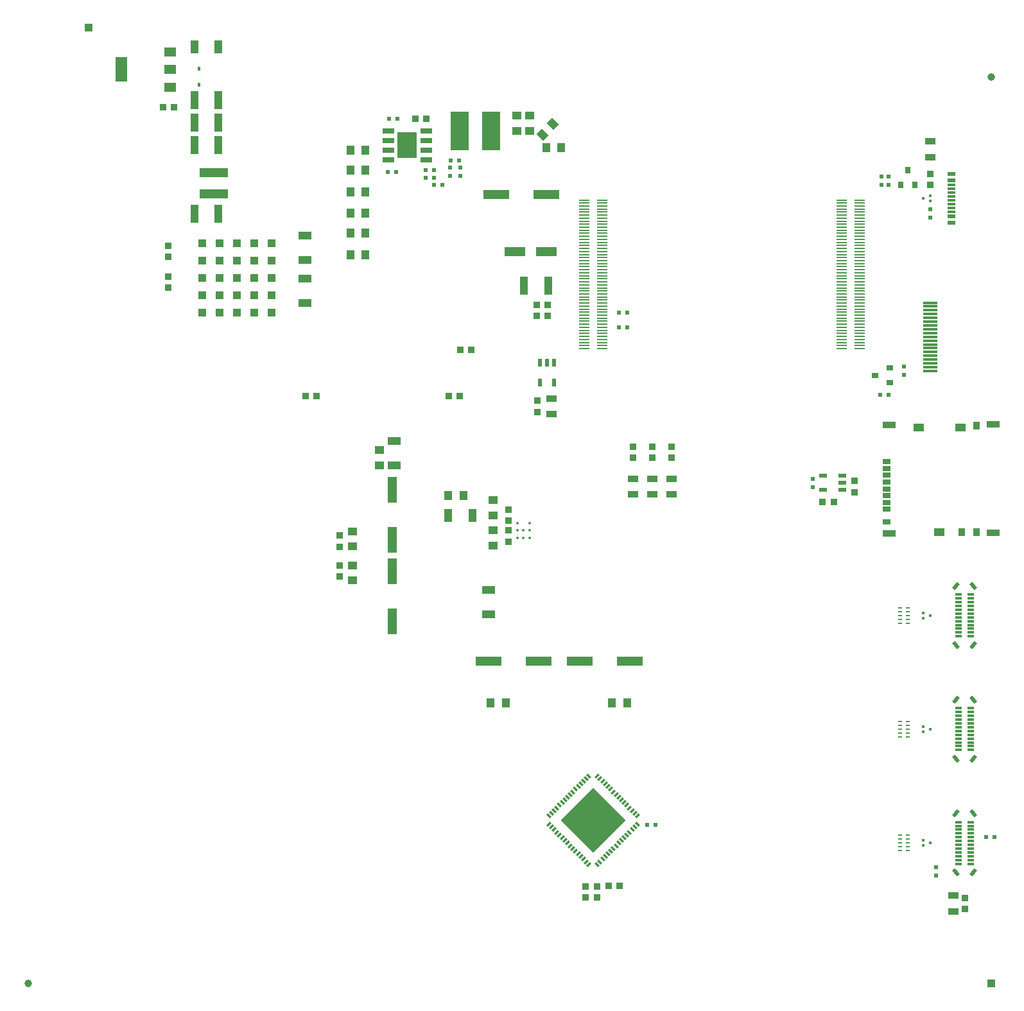
<source format=gbr>
%TF.GenerationSoftware,Altium Limited,Altium Designer,22.2.1 (43)*%
G04 Layer_Color=8421504*
%FSLAX26Y26*%
%MOIN*%
%TF.SameCoordinates,D552E928-BF45-442C-827F-4CC0F3A717A5*%
%TF.FilePolarity,Positive*%
%TF.FileFunction,Paste,Top*%
%TF.Part,Single*%
G01*
G75*
%TA.AperFunction,SMDPad,CuDef*%
%ADD10R,0.031496X0.035433*%
%ADD11R,0.062992X0.129921*%
%ADD12R,0.062992X0.047244*%
%ADD13R,0.023622X0.023622*%
%ADD14R,0.035433X0.033465*%
%ADD15R,0.033465X0.035433*%
%ADD16R,0.023622X0.023622*%
%ADD17R,0.056299X0.007874*%
%ADD18R,0.092520X0.200787*%
%ADD19R,0.145669X0.047244*%
%ADD20R,0.043307X0.023622*%
%ADD21R,0.023622X0.043307*%
%ADD22R,0.035433X0.031496*%
G04:AMPARAMS|DCode=23|XSize=11.024mil|YSize=27.165mil|CornerRadius=0mil|HoleSize=0mil|Usage=FLASHONLY|Rotation=45.000|XOffset=0mil|YOffset=0mil|HoleType=Round|Shape=Rectangle|*
%AMROTATEDRECTD23*
4,1,4,0.005707,-0.013502,-0.013502,0.005707,-0.005707,0.013502,0.013502,-0.005707,0.005707,-0.013502,0.0*
%
%ADD23ROTATEDRECTD23*%

G04:AMPARAMS|DCode=24|XSize=11.024mil|YSize=27.165mil|CornerRadius=0mil|HoleSize=0mil|Usage=FLASHONLY|Rotation=315.000|XOffset=0mil|YOffset=0mil|HoleType=Round|Shape=Rectangle|*
%AMROTATEDRECTD24*
4,1,4,-0.013502,-0.005707,0.005707,0.013502,0.013502,0.005707,-0.005707,-0.013502,-0.013502,-0.005707,0.0*
%
%ADD24ROTATEDRECTD24*%

%ADD25P,0.334066X4X270.0*%
%TA.AperFunction,BGAPad,CuDef*%
%ADD26C,0.013780*%
%TA.AperFunction,SMDPad,CuDef*%
%ADD27R,0.059055X0.031496*%
%ADD28R,0.102362X0.137795*%
%TA.AperFunction,BGAPad,CuDef*%
%ADD29R,0.041732X0.041732*%
%TA.AperFunction,FiducialPad,Global*%
%ADD30R,0.039370X0.039370*%
%ADD31C,0.039370*%
%TA.AperFunction,SMDPad,CuDef*%
%ADD32R,0.070866X0.039370*%
%ADD33R,0.039370X0.070866*%
%ADD34R,0.055118X0.035433*%
%ADD35R,0.011811X0.011811*%
%ADD36R,0.018701X0.007874*%
%ADD37R,0.017716X0.023228*%
%ADD38R,0.055118X0.044488*%
%ADD39R,0.033465X0.039370*%
%ADD40R,0.066929X0.035433*%
%ADD41R,0.039370X0.025591*%
%ADD42R,0.074803X0.011811*%
%TA.AperFunction,ConnectorPad*%
%ADD43R,0.043307X0.011811*%
%ADD44R,0.043307X0.023622*%
%TA.AperFunction,SMDPad,CuDef*%
%ADD45R,0.033465X0.011811*%
G04:AMPARAMS|DCode=46|XSize=19.685mil|YSize=40.551mil|CornerRadius=0mil|HoleSize=0mil|Usage=FLASHONLY|Rotation=220.000|XOffset=0mil|YOffset=0mil|HoleType=Round|Shape=Rectangle|*
%AMROTATEDRECTD46*
4,1,4,-0.005493,0.021859,0.020573,-0.009205,0.005493,-0.021859,-0.020573,0.009205,-0.005493,0.021859,0.0*
%
%ADD46ROTATEDRECTD46*%

G04:AMPARAMS|DCode=47|XSize=19.685mil|YSize=40.551mil|CornerRadius=0mil|HoleSize=0mil|Usage=FLASHONLY|Rotation=320.000|XOffset=0mil|YOffset=0mil|HoleType=Round|Shape=Rectangle|*
%AMROTATEDRECTD47*
4,1,4,-0.020573,-0.009205,0.005493,0.021859,0.020573,0.009205,-0.005493,-0.021859,-0.020573,-0.009205,0.0*
%
%ADD47ROTATEDRECTD47*%

%ADD48R,0.043307X0.094488*%
%ADD49R,0.110236X0.047244*%
%ADD50R,0.133858X0.047244*%
%ADD51R,0.049213X0.039370*%
%ADD52R,0.047244X0.133858*%
%ADD53R,0.039370X0.049213*%
G04:AMPARAMS|DCode=54|XSize=39.37mil|YSize=49.213mil|CornerRadius=0mil|HoleSize=0mil|Usage=FLASHONLY|Rotation=45.000|XOffset=0mil|YOffset=0mil|HoleType=Round|Shape=Rectangle|*
%AMROTATEDRECTD54*
4,1,4,0.003480,-0.031319,-0.031319,0.003480,-0.003480,0.031319,0.031319,-0.003480,0.003480,-0.031319,0.0*
%
%ADD54ROTATEDRECTD54*%

D10*
X5572835Y5187008D02*
D03*
X5647638D02*
D03*
X5610236Y5265748D02*
D03*
D11*
X1527559Y5787402D02*
D03*
D12*
X1779528Y5877953D02*
D03*
Y5787402D02*
D03*
Y5696850D02*
D03*
D13*
X5511811Y5230315D02*
D03*
Y5187008D02*
D03*
X5472441D02*
D03*
Y5230315D02*
D03*
X5728346Y5017717D02*
D03*
Y5061024D02*
D03*
X5118110Y3620079D02*
D03*
Y3663386D02*
D03*
X5755905Y1643701D02*
D03*
Y1600394D02*
D03*
X5589370Y4246654D02*
D03*
Y4203346D02*
D03*
X3287402Y5277559D02*
D03*
Y5234252D02*
D03*
X3232284Y5277559D02*
D03*
Y5234252D02*
D03*
D14*
X5728346Y5187992D02*
D03*
Y5245079D02*
D03*
X4382480Y3827756D02*
D03*
Y3770669D02*
D03*
X4282480Y3827756D02*
D03*
Y3770669D02*
D03*
X3686220Y4067323D02*
D03*
Y4010236D02*
D03*
X4182480Y3770669D02*
D03*
Y3827756D02*
D03*
X3937008Y1487205D02*
D03*
Y1544291D02*
D03*
X3996063D02*
D03*
Y1487205D02*
D03*
X5905512Y1485236D02*
D03*
Y1428150D02*
D03*
X1771653Y4656496D02*
D03*
Y4713583D02*
D03*
Y4813976D02*
D03*
Y4871063D02*
D03*
X5334646Y3593504D02*
D03*
Y3650590D02*
D03*
X2661417Y3213583D02*
D03*
Y3156496D02*
D03*
Y3310039D02*
D03*
Y3367126D02*
D03*
X3535433Y3443898D02*
D03*
Y3500984D02*
D03*
Y3393701D02*
D03*
Y3336614D02*
D03*
D15*
X3286417Y4330709D02*
D03*
X3343504D02*
D03*
X4058071Y1547244D02*
D03*
X4115158D02*
D03*
X3054134Y5531496D02*
D03*
X3111220D02*
D03*
X1743110Y5590551D02*
D03*
X1800197D02*
D03*
X5168307Y3543307D02*
D03*
X5225394D02*
D03*
X3739173Y4507874D02*
D03*
X3682087D02*
D03*
X3739173Y4566929D02*
D03*
X3682087D02*
D03*
X3227362Y4090551D02*
D03*
X3284449D02*
D03*
X2483268D02*
D03*
X2540354D02*
D03*
D16*
X4154134Y4450000D02*
D03*
X4110827D02*
D03*
X4154134Y4525000D02*
D03*
X4110827D02*
D03*
X4301181Y1866142D02*
D03*
X4257874D02*
D03*
X6017717Y1803150D02*
D03*
X6061024D02*
D03*
X3151575Y5224409D02*
D03*
X3108268D02*
D03*
X3281496Y5314961D02*
D03*
X3238189D02*
D03*
X3108268Y5263779D02*
D03*
X3151575D02*
D03*
X5511024Y4100000D02*
D03*
X5467717D02*
D03*
X2911417Y5255905D02*
D03*
X2954724D02*
D03*
X3194882Y5188976D02*
D03*
X3151575D02*
D03*
X2958661Y5531496D02*
D03*
X2915354D02*
D03*
D17*
X5268110Y4716535D02*
D03*
Y4700788D02*
D03*
Y4685039D02*
D03*
Y4669291D02*
D03*
Y4653543D02*
D03*
Y4637795D02*
D03*
Y4622047D02*
D03*
Y4606299D02*
D03*
Y4590551D02*
D03*
Y4574803D02*
D03*
Y4559055D02*
D03*
Y4543307D02*
D03*
Y4527559D02*
D03*
Y4511811D02*
D03*
Y4496063D02*
D03*
Y4480315D02*
D03*
Y4464567D02*
D03*
Y4448819D02*
D03*
Y4433071D02*
D03*
Y4417323D02*
D03*
Y4401575D02*
D03*
Y4385827D02*
D03*
Y4370079D02*
D03*
Y4354331D02*
D03*
Y4338583D02*
D03*
Y5110236D02*
D03*
Y5094488D02*
D03*
Y5078740D02*
D03*
Y5062992D02*
D03*
Y5047244D02*
D03*
Y5031496D02*
D03*
Y5015748D02*
D03*
Y5000000D02*
D03*
Y4984252D02*
D03*
Y4968504D02*
D03*
Y4952756D02*
D03*
Y4937008D02*
D03*
Y4921260D02*
D03*
Y4905512D02*
D03*
Y4889764D02*
D03*
Y4874016D02*
D03*
Y4858268D02*
D03*
Y4842520D02*
D03*
Y4826772D02*
D03*
Y4811024D02*
D03*
Y4795276D02*
D03*
Y4779528D02*
D03*
Y4763780D02*
D03*
Y4748032D02*
D03*
Y4732283D02*
D03*
X5361811Y4716535D02*
D03*
Y4700788D02*
D03*
Y4685039D02*
D03*
Y4669291D02*
D03*
Y4653543D02*
D03*
Y4637795D02*
D03*
Y4622047D02*
D03*
Y4606299D02*
D03*
Y4590551D02*
D03*
Y4574803D02*
D03*
Y4559055D02*
D03*
Y4543307D02*
D03*
Y4527559D02*
D03*
Y4511811D02*
D03*
Y4496063D02*
D03*
Y4480315D02*
D03*
Y4464567D02*
D03*
Y4448819D02*
D03*
Y4433071D02*
D03*
Y4417323D02*
D03*
Y4401575D02*
D03*
Y4385827D02*
D03*
Y4370079D02*
D03*
Y4354331D02*
D03*
Y4338583D02*
D03*
Y5110236D02*
D03*
Y5094488D02*
D03*
Y5078740D02*
D03*
Y5062992D02*
D03*
Y5047244D02*
D03*
Y5031496D02*
D03*
Y5015748D02*
D03*
Y5000000D02*
D03*
Y4984252D02*
D03*
Y4968504D02*
D03*
Y4952756D02*
D03*
Y4937008D02*
D03*
Y4921260D02*
D03*
Y4905512D02*
D03*
Y4889764D02*
D03*
Y4874016D02*
D03*
Y4858268D02*
D03*
Y4842520D02*
D03*
Y4826772D02*
D03*
Y4811024D02*
D03*
Y4795276D02*
D03*
Y4779528D02*
D03*
Y4763780D02*
D03*
Y4748032D02*
D03*
Y4732283D02*
D03*
X3929528Y4716535D02*
D03*
Y4700788D02*
D03*
Y4685039D02*
D03*
Y4669291D02*
D03*
Y4653543D02*
D03*
Y4637795D02*
D03*
Y4622047D02*
D03*
Y4606299D02*
D03*
Y4590551D02*
D03*
Y4574803D02*
D03*
Y4559055D02*
D03*
Y4543307D02*
D03*
Y4527559D02*
D03*
Y4511811D02*
D03*
Y4496063D02*
D03*
Y4480315D02*
D03*
Y4464567D02*
D03*
Y4448819D02*
D03*
Y4433071D02*
D03*
Y4417323D02*
D03*
Y4401575D02*
D03*
Y4385827D02*
D03*
Y4370079D02*
D03*
Y4354331D02*
D03*
Y4338583D02*
D03*
Y5110236D02*
D03*
Y5094488D02*
D03*
Y5078740D02*
D03*
Y5062992D02*
D03*
Y5047244D02*
D03*
Y5031496D02*
D03*
Y5015748D02*
D03*
Y5000000D02*
D03*
Y4984252D02*
D03*
Y4968504D02*
D03*
Y4952756D02*
D03*
Y4937008D02*
D03*
Y4921260D02*
D03*
Y4905512D02*
D03*
Y4889764D02*
D03*
Y4874016D02*
D03*
Y4858268D02*
D03*
Y4842520D02*
D03*
Y4826772D02*
D03*
Y4811024D02*
D03*
Y4795276D02*
D03*
Y4779528D02*
D03*
Y4763780D02*
D03*
Y4748032D02*
D03*
Y4732283D02*
D03*
X4023228Y4716535D02*
D03*
Y4700788D02*
D03*
Y4685039D02*
D03*
Y4669291D02*
D03*
Y4653543D02*
D03*
Y4637795D02*
D03*
Y4622047D02*
D03*
Y4606299D02*
D03*
Y4590551D02*
D03*
Y4574803D02*
D03*
Y4559055D02*
D03*
Y4543307D02*
D03*
Y4527559D02*
D03*
Y4511811D02*
D03*
Y4496063D02*
D03*
Y4480315D02*
D03*
Y4464567D02*
D03*
Y4448819D02*
D03*
Y4433071D02*
D03*
Y4417323D02*
D03*
Y4401575D02*
D03*
Y4385827D02*
D03*
Y4370079D02*
D03*
Y4354331D02*
D03*
Y4338583D02*
D03*
Y5110236D02*
D03*
Y5094488D02*
D03*
Y5078740D02*
D03*
Y5062992D02*
D03*
Y5047244D02*
D03*
Y5031496D02*
D03*
Y5015748D02*
D03*
Y5000000D02*
D03*
Y4984252D02*
D03*
Y4968504D02*
D03*
Y4952756D02*
D03*
Y4937008D02*
D03*
Y4921260D02*
D03*
Y4905512D02*
D03*
Y4889764D02*
D03*
Y4874016D02*
D03*
Y4858268D02*
D03*
Y4842520D02*
D03*
Y4826772D02*
D03*
Y4811024D02*
D03*
Y4795276D02*
D03*
Y4779528D02*
D03*
Y4763780D02*
D03*
Y4748032D02*
D03*
Y4732283D02*
D03*
D18*
X3284449Y5468504D02*
D03*
X3447835D02*
D03*
D19*
X2007874Y5251968D02*
D03*
Y5141732D02*
D03*
D20*
X5271654Y3679134D02*
D03*
Y3641732D02*
D03*
X5169291Y3604331D02*
D03*
Y3679134D02*
D03*
X5271654Y3604331D02*
D03*
D21*
X3698819Y4264961D02*
D03*
X3736220D02*
D03*
X3773622Y4162598D02*
D03*
X3698819D02*
D03*
X3773622Y4264961D02*
D03*
D22*
X5518110Y4162598D02*
D03*
Y4237402D02*
D03*
X5439370Y4200000D02*
D03*
D23*
X4206744Y1868189D02*
D03*
X4192825Y1854269D02*
D03*
X4178906Y1840350D02*
D03*
X4164986Y1826430D02*
D03*
X4151067Y1812511D02*
D03*
X4137147Y1798592D02*
D03*
X4123228Y1784672D02*
D03*
X4109309Y1770753D02*
D03*
X3997953Y1659397D02*
D03*
X4011872Y1673317D02*
D03*
X4025792Y1687236D02*
D03*
X4039711Y1701156D02*
D03*
X4053631Y1715075D02*
D03*
X4067550Y1728994D02*
D03*
X4081470Y1742914D02*
D03*
X4095389Y1756833D02*
D03*
X3746012Y1911339D02*
D03*
X3759931Y1925258D02*
D03*
X3773850Y1939178D02*
D03*
X3787770Y1953097D02*
D03*
X3801689Y1967017D02*
D03*
X3815609Y1980936D02*
D03*
X3829528Y1994855D02*
D03*
X3843448Y2008775D02*
D03*
X3954803Y2120130D02*
D03*
X3940883Y2106211D02*
D03*
X3926964Y2092291D02*
D03*
X3913045Y2078372D02*
D03*
X3899125Y2064453D02*
D03*
X3885206Y2050533D02*
D03*
X3871286Y2036614D02*
D03*
X3857367Y2022694D02*
D03*
D24*
X3954803Y1659397D02*
D03*
X3940883Y1673317D02*
D03*
X3926964Y1687236D02*
D03*
X3913045Y1701156D02*
D03*
X3899125Y1715075D02*
D03*
X3885206Y1728994D02*
D03*
X3871286Y1742914D02*
D03*
X3857367Y1756833D02*
D03*
X3746012Y1868189D02*
D03*
X3759931Y1854269D02*
D03*
X3773850Y1840350D02*
D03*
X3787770Y1826430D02*
D03*
X3801689Y1812511D02*
D03*
X3815609Y1798592D02*
D03*
X3829528Y1784672D02*
D03*
X3843448Y1770753D02*
D03*
X3997953Y2120130D02*
D03*
X4011872Y2106211D02*
D03*
X4025792Y2092291D02*
D03*
X4039711Y2078372D02*
D03*
X4053631Y2064453D02*
D03*
X4067550Y2050533D02*
D03*
X4081470Y2036614D02*
D03*
X4095389Y2022694D02*
D03*
X4206744Y1911339D02*
D03*
X4192825Y1925258D02*
D03*
X4178906Y1939178D02*
D03*
X4164986Y1953097D02*
D03*
X4151067Y1967017D02*
D03*
X4137147Y1980936D02*
D03*
X4123228Y1994855D02*
D03*
X4109309Y2008775D02*
D03*
D25*
X3976378Y1889764D02*
D03*
D26*
X3645669Y3433071D02*
D03*
Y3393701D02*
D03*
Y3354331D02*
D03*
X3582677Y3433071D02*
D03*
Y3393701D02*
D03*
Y3354331D02*
D03*
X3614173D02*
D03*
Y3393701D02*
D03*
D27*
X3110236Y5468701D02*
D03*
Y5418701D02*
D03*
Y5318701D02*
D03*
Y5368701D02*
D03*
X2913386D02*
D03*
Y5318701D02*
D03*
Y5418701D02*
D03*
Y5468701D02*
D03*
D28*
X3011811Y5393701D02*
D03*
D29*
X2216142Y4524409D02*
D03*
X2306299D02*
D03*
X1945669D02*
D03*
X2035827D02*
D03*
X2125984D02*
D03*
X2216142Y4614567D02*
D03*
X2306299D02*
D03*
X1945669D02*
D03*
X2035827D02*
D03*
X2125984D02*
D03*
Y4704724D02*
D03*
X2035827D02*
D03*
X1945669D02*
D03*
X2306299D02*
D03*
X2216142D02*
D03*
X2125984Y4794882D02*
D03*
X2035827D02*
D03*
X1945669D02*
D03*
X2306299D02*
D03*
X2216142D02*
D03*
X2125984Y4885039D02*
D03*
X2035827D02*
D03*
X1945669D02*
D03*
X2306299D02*
D03*
X2216142D02*
D03*
D30*
X1358268Y6003937D02*
D03*
X6043307Y1043307D02*
D03*
D31*
Y5748032D02*
D03*
X1043307Y1043307D02*
D03*
D32*
X3435039Y2958661D02*
D03*
Y3084646D02*
D03*
X2944882Y3858268D02*
D03*
Y3732284D02*
D03*
X2480315Y4799213D02*
D03*
Y4925197D02*
D03*
X2480315Y4700787D02*
D03*
Y4574803D02*
D03*
D33*
X3350394Y3472441D02*
D03*
X3224410D02*
D03*
X2031496Y5905512D02*
D03*
X1905512D02*
D03*
D34*
X5728346Y5415354D02*
D03*
Y5332677D02*
D03*
X4382480Y3580709D02*
D03*
Y3663386D02*
D03*
X4282480Y3580709D02*
D03*
Y3663386D02*
D03*
X3761220Y4080118D02*
D03*
Y3997441D02*
D03*
X4182480Y3580709D02*
D03*
Y3663386D02*
D03*
X5846457Y1498032D02*
D03*
Y1415354D02*
D03*
D35*
X5725394Y5104331D02*
D03*
Y5131890D02*
D03*
X5691929Y5118110D02*
D03*
Y2966535D02*
D03*
Y2938976D02*
D03*
X5725394Y2952756D02*
D03*
X5691929Y2375984D02*
D03*
Y2348425D02*
D03*
X5725394Y2362205D02*
D03*
X5691929Y1785433D02*
D03*
Y1757874D02*
D03*
X5725394Y1771653D02*
D03*
D36*
X5609252Y2913386D02*
D03*
Y2933071D02*
D03*
Y2952756D02*
D03*
Y2972441D02*
D03*
Y2992126D02*
D03*
X5571850D02*
D03*
Y2972441D02*
D03*
Y2952756D02*
D03*
Y2933071D02*
D03*
Y2913386D02*
D03*
X5609252Y2322835D02*
D03*
Y2342520D02*
D03*
Y2362205D02*
D03*
Y2381890D02*
D03*
Y2401575D02*
D03*
X5571850D02*
D03*
Y2381890D02*
D03*
Y2362205D02*
D03*
Y2342520D02*
D03*
Y2322835D02*
D03*
X5609252Y1732283D02*
D03*
Y1751968D02*
D03*
Y1771653D02*
D03*
Y1791339D02*
D03*
Y1811024D02*
D03*
X5571850D02*
D03*
Y1791339D02*
D03*
Y1771653D02*
D03*
Y1751968D02*
D03*
Y1732283D02*
D03*
D37*
X1929134Y5708661D02*
D03*
Y5793307D02*
D03*
D38*
X5882874Y3927165D02*
D03*
X5668307D02*
D03*
X5774606Y3383858D02*
D03*
D39*
X5890748Y3385827D02*
D03*
X5966732D02*
D03*
Y3937008D02*
D03*
D40*
X6054492Y3944016D02*
D03*
X6054134Y3381009D02*
D03*
X5514764Y3942913D02*
D03*
Y3379921D02*
D03*
D41*
X5500000Y3503937D02*
D03*
Y3751968D02*
D03*
Y3716535D02*
D03*
Y3681102D02*
D03*
Y3645669D02*
D03*
Y3610236D02*
D03*
Y3574803D02*
D03*
Y3539370D02*
D03*
Y3440157D02*
D03*
D42*
X5728346Y4379921D02*
D03*
Y4360236D02*
D03*
Y4340551D02*
D03*
Y4301181D02*
D03*
Y4261811D02*
D03*
Y4320866D02*
D03*
Y4281496D02*
D03*
Y4242126D02*
D03*
Y4222441D02*
D03*
Y4399606D02*
D03*
Y4419291D02*
D03*
Y4438976D02*
D03*
Y4478346D02*
D03*
Y4517717D02*
D03*
Y4458661D02*
D03*
Y4498032D02*
D03*
Y4537402D02*
D03*
Y4557087D02*
D03*
Y4576772D02*
D03*
D43*
X5836614Y5187008D02*
D03*
Y5167323D02*
D03*
Y5147638D02*
D03*
Y5127953D02*
D03*
Y5108268D02*
D03*
Y5088583D02*
D03*
Y5068898D02*
D03*
Y5049213D02*
D03*
D44*
Y4992126D02*
D03*
Y5023622D02*
D03*
Y5244095D02*
D03*
Y5212598D02*
D03*
D45*
X5872835Y2844488D02*
D03*
Y2864173D02*
D03*
Y2883858D02*
D03*
Y2903543D02*
D03*
Y2923228D02*
D03*
Y2942913D02*
D03*
Y2962598D02*
D03*
Y2982284D02*
D03*
Y3001968D02*
D03*
Y3021653D02*
D03*
Y3041339D02*
D03*
Y3061024D02*
D03*
X5938189D02*
D03*
Y3041339D02*
D03*
Y3021653D02*
D03*
Y3001968D02*
D03*
Y2982284D02*
D03*
Y2962598D02*
D03*
Y2942913D02*
D03*
Y2923228D02*
D03*
Y2903543D02*
D03*
Y2883858D02*
D03*
Y2864173D02*
D03*
Y2844488D02*
D03*
X5872835Y2253937D02*
D03*
Y2273622D02*
D03*
Y2293307D02*
D03*
Y2312992D02*
D03*
Y2332677D02*
D03*
Y2352362D02*
D03*
Y2372047D02*
D03*
Y2391732D02*
D03*
Y2411417D02*
D03*
Y2431102D02*
D03*
Y2450787D02*
D03*
Y2470472D02*
D03*
X5938189D02*
D03*
Y2450787D02*
D03*
Y2431102D02*
D03*
Y2411417D02*
D03*
Y2391732D02*
D03*
Y2372047D02*
D03*
Y2352362D02*
D03*
Y2332677D02*
D03*
Y2312992D02*
D03*
Y2293307D02*
D03*
Y2273622D02*
D03*
Y2253937D02*
D03*
X5872835Y1663386D02*
D03*
Y1683071D02*
D03*
Y1702756D02*
D03*
Y1722441D02*
D03*
Y1742126D02*
D03*
Y1761811D02*
D03*
Y1781496D02*
D03*
Y1801181D02*
D03*
Y1820866D02*
D03*
Y1840551D02*
D03*
Y1860236D02*
D03*
Y1879921D02*
D03*
X5938189D02*
D03*
Y1860236D02*
D03*
Y1840551D02*
D03*
Y1820866D02*
D03*
Y1801181D02*
D03*
Y1781496D02*
D03*
Y1761811D02*
D03*
Y1742126D02*
D03*
Y1722441D02*
D03*
Y1702756D02*
D03*
Y1683071D02*
D03*
Y1663386D02*
D03*
D46*
X5950197Y3105512D02*
D03*
X5860827Y2800000D02*
D03*
X5950197Y2514961D02*
D03*
X5860827Y2209449D02*
D03*
X5950197Y1924409D02*
D03*
X5860827Y1618898D02*
D03*
D47*
Y3105512D02*
D03*
X5950197Y2800000D02*
D03*
X5860827Y2514961D02*
D03*
X5950197Y2209449D02*
D03*
X5860827Y1924409D02*
D03*
X5950197Y1618898D02*
D03*
D48*
X3744095Y4665354D02*
D03*
X3618110D02*
D03*
X2031496Y5039370D02*
D03*
X1905512D02*
D03*
X2031496Y5393701D02*
D03*
X1905512D02*
D03*
X2031496Y5511811D02*
D03*
X1905512D02*
D03*
X2031496Y5629921D02*
D03*
X1905512D02*
D03*
D49*
X3568898Y4842520D02*
D03*
X3734252D02*
D03*
D50*
X3732284Y5137795D02*
D03*
X3472441D02*
D03*
X3433071Y2716535D02*
D03*
X3692913D02*
D03*
X4165354D02*
D03*
X3905512D02*
D03*
D51*
X2728347Y3212598D02*
D03*
Y3133858D02*
D03*
X2728346Y3311023D02*
D03*
Y3389764D02*
D03*
X3645669Y5468504D02*
D03*
Y5547244D02*
D03*
X3578740Y5468504D02*
D03*
Y5547244D02*
D03*
X3456693Y3472441D02*
D03*
Y3551181D02*
D03*
Y3393701D02*
D03*
Y3314961D02*
D03*
X2866142Y3732283D02*
D03*
Y3811024D02*
D03*
D52*
X2933661Y3181102D02*
D03*
Y2921260D02*
D03*
Y3346260D02*
D03*
Y3606102D02*
D03*
D53*
X3444882Y2500000D02*
D03*
X3523622D02*
D03*
X4153543D02*
D03*
X4074803D02*
D03*
X2795276Y5370065D02*
D03*
X2716535D02*
D03*
X2795276Y5263766D02*
D03*
X2716535D02*
D03*
X2795276Y5153530D02*
D03*
X2716535D02*
D03*
X2795276Y5043294D02*
D03*
X2716535D02*
D03*
X2795276Y4936995D02*
D03*
X2716535D02*
D03*
X2795276Y4826759D02*
D03*
X2716535D02*
D03*
X3732283Y5381890D02*
D03*
X3811024D02*
D03*
X3224409Y3574803D02*
D03*
X3303150D02*
D03*
D54*
X3712319Y5448539D02*
D03*
X3767996Y5504217D02*
D03*
%TF.MD5,6cb5b5a3eb6cfca9cef9305e66f2e969*%
M02*

</source>
